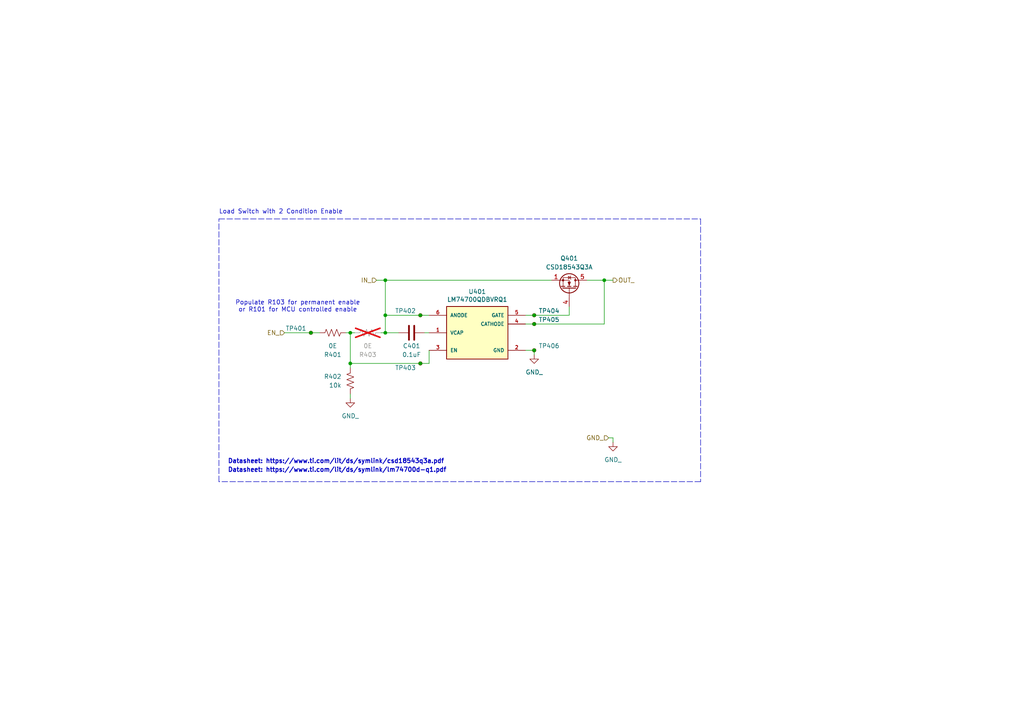
<source format=kicad_sch>
(kicad_sch
	(version 20250114)
	(generator "eeschema")
	(generator_version "9.0")
	(uuid "afb9316e-fc81-44af-b419-1153763a1745")
	(paper "A4")
	(title_block
		(title "Power delivery Board")
		(date "2025-06-25")
		(rev "B")
		(comment 1 "the developed autonomous robot platform powered by LEGO Technic HUB and Rasberry Pi")
		(comment 2 "Design implemets a battery management system and power delivert for use with")
		(comment 3 "Distributed Open-source as: CC BY-SA 4.0")
	)
	(lib_symbols
		(symbol "Connector:TestPoint_Small"
			(pin_numbers
				(hide yes)
			)
			(pin_names
				(offset 0.762)
				(hide yes)
			)
			(exclude_from_sim no)
			(in_bom yes)
			(on_board yes)
			(property "Reference" "TP"
				(at 0 3.81 0)
				(effects
					(font
						(size 1.27 1.27)
					)
				)
			)
			(property "Value" "TestPoint_Small"
				(at 0 2.032 0)
				(effects
					(font
						(size 1.27 1.27)
					)
				)
			)
			(property "Footprint" ""
				(at 5.08 0 0)
				(effects
					(font
						(size 1.27 1.27)
					)
					(hide yes)
				)
			)
			(property "Datasheet" "~"
				(at 5.08 0 0)
				(effects
					(font
						(size 1.27 1.27)
					)
					(hide yes)
				)
			)
			(property "Description" "test point"
				(at 0 0 0)
				(effects
					(font
						(size 1.27 1.27)
					)
					(hide yes)
				)
			)
			(property "ki_keywords" "test point tp"
				(at 0 0 0)
				(effects
					(font
						(size 1.27 1.27)
					)
					(hide yes)
				)
			)
			(property "ki_fp_filters" "Pin* Test*"
				(at 0 0 0)
				(effects
					(font
						(size 1.27 1.27)
					)
					(hide yes)
				)
			)
			(symbol "TestPoint_Small_0_1"
				(circle
					(center 0 0)
					(radius 0.508)
					(stroke
						(width 0)
						(type default)
					)
					(fill
						(type none)
					)
				)
			)
			(symbol "TestPoint_Small_1_1"
				(pin passive line
					(at 0 0 90)
					(length 0)
					(name "1"
						(effects
							(font
								(size 1.27 1.27)
							)
						)
					)
					(number "1"
						(effects
							(font
								(size 1.27 1.27)
							)
						)
					)
				)
			)
			(embedded_fonts no)
		)
		(symbol "Device:C"
			(pin_numbers
				(hide yes)
			)
			(pin_names
				(offset 0.254)
			)
			(exclude_from_sim no)
			(in_bom yes)
			(on_board yes)
			(property "Reference" "C"
				(at 0.635 2.54 0)
				(effects
					(font
						(size 1.27 1.27)
					)
					(justify left)
				)
			)
			(property "Value" "C"
				(at 0.635 -2.54 0)
				(effects
					(font
						(size 1.27 1.27)
					)
					(justify left)
				)
			)
			(property "Footprint" ""
				(at 0.9652 -3.81 0)
				(effects
					(font
						(size 1.27 1.27)
					)
					(hide yes)
				)
			)
			(property "Datasheet" "~"
				(at 0 0 0)
				(effects
					(font
						(size 1.27 1.27)
					)
					(hide yes)
				)
			)
			(property "Description" "Unpolarized capacitor"
				(at 0 0 0)
				(effects
					(font
						(size 1.27 1.27)
					)
					(hide yes)
				)
			)
			(property "ki_keywords" "cap capacitor"
				(at 0 0 0)
				(effects
					(font
						(size 1.27 1.27)
					)
					(hide yes)
				)
			)
			(property "ki_fp_filters" "C_*"
				(at 0 0 0)
				(effects
					(font
						(size 1.27 1.27)
					)
					(hide yes)
				)
			)
			(symbol "C_0_1"
				(polyline
					(pts
						(xy -2.032 0.762) (xy 2.032 0.762)
					)
					(stroke
						(width 0.508)
						(type default)
					)
					(fill
						(type none)
					)
				)
				(polyline
					(pts
						(xy -2.032 -0.762) (xy 2.032 -0.762)
					)
					(stroke
						(width 0.508)
						(type default)
					)
					(fill
						(type none)
					)
				)
			)
			(symbol "C_1_1"
				(pin passive line
					(at 0 3.81 270)
					(length 2.794)
					(name "~"
						(effects
							(font
								(size 1.27 1.27)
							)
						)
					)
					(number "1"
						(effects
							(font
								(size 1.27 1.27)
							)
						)
					)
				)
				(pin passive line
					(at 0 -3.81 90)
					(length 2.794)
					(name "~"
						(effects
							(font
								(size 1.27 1.27)
							)
						)
					)
					(number "2"
						(effects
							(font
								(size 1.27 1.27)
							)
						)
					)
				)
			)
			(embedded_fonts no)
		)
		(symbol "Device:R_US"
			(pin_numbers
				(hide yes)
			)
			(pin_names
				(offset 0)
			)
			(exclude_from_sim no)
			(in_bom yes)
			(on_board yes)
			(property "Reference" "R"
				(at 2.54 0 90)
				(effects
					(font
						(size 1.27 1.27)
					)
				)
			)
			(property "Value" "R_US"
				(at -2.54 0 90)
				(effects
					(font
						(size 1.27 1.27)
					)
				)
			)
			(property "Footprint" ""
				(at 1.016 -0.254 90)
				(effects
					(font
						(size 1.27 1.27)
					)
					(hide yes)
				)
			)
			(property "Datasheet" "~"
				(at 0 0 0)
				(effects
					(font
						(size 1.27 1.27)
					)
					(hide yes)
				)
			)
			(property "Description" "Resistor, US symbol"
				(at 0 0 0)
				(effects
					(font
						(size 1.27 1.27)
					)
					(hide yes)
				)
			)
			(property "ki_keywords" "R res resistor"
				(at 0 0 0)
				(effects
					(font
						(size 1.27 1.27)
					)
					(hide yes)
				)
			)
			(property "ki_fp_filters" "R_*"
				(at 0 0 0)
				(effects
					(font
						(size 1.27 1.27)
					)
					(hide yes)
				)
			)
			(symbol "R_US_0_1"
				(polyline
					(pts
						(xy 0 2.286) (xy 0 2.54)
					)
					(stroke
						(width 0)
						(type default)
					)
					(fill
						(type none)
					)
				)
				(polyline
					(pts
						(xy 0 2.286) (xy 1.016 1.905) (xy 0 1.524) (xy -1.016 1.143) (xy 0 0.762)
					)
					(stroke
						(width 0)
						(type default)
					)
					(fill
						(type none)
					)
				)
				(polyline
					(pts
						(xy 0 0.762) (xy 1.016 0.381) (xy 0 0) (xy -1.016 -0.381) (xy 0 -0.762)
					)
					(stroke
						(width 0)
						(type default)
					)
					(fill
						(type none)
					)
				)
				(polyline
					(pts
						(xy 0 -0.762) (xy 1.016 -1.143) (xy 0 -1.524) (xy -1.016 -1.905) (xy 0 -2.286)
					)
					(stroke
						(width 0)
						(type default)
					)
					(fill
						(type none)
					)
				)
				(polyline
					(pts
						(xy 0 -2.286) (xy 0 -2.54)
					)
					(stroke
						(width 0)
						(type default)
					)
					(fill
						(type none)
					)
				)
			)
			(symbol "R_US_1_1"
				(pin passive line
					(at 0 3.81 270)
					(length 1.27)
					(name "~"
						(effects
							(font
								(size 1.27 1.27)
							)
						)
					)
					(number "1"
						(effects
							(font
								(size 1.27 1.27)
							)
						)
					)
				)
				(pin passive line
					(at 0 -3.81 90)
					(length 1.27)
					(name "~"
						(effects
							(font
								(size 1.27 1.27)
							)
						)
					)
					(number "2"
						(effects
							(font
								(size 1.27 1.27)
							)
						)
					)
				)
			)
			(embedded_fonts no)
		)
		(symbol "LM74700QDBVRQ1:LM74700QDBVRQ1"
			(pin_names
				(offset 1.016)
			)
			(exclude_from_sim no)
			(in_bom yes)
			(on_board yes)
			(property "Reference" "U19"
				(at 0 15.24 0)
				(effects
					(font
						(size 1.27 1.27)
					)
				)
			)
			(property "Value" "LM74700QDBVRQ1"
				(at 0 12.7 0)
				(effects
					(font
						(size 1.27 1.27)
					)
				)
			)
			(property "Footprint" "footprints:SOT95P280X145-6N"
				(at 0 -29.718 0)
				(effects
					(font
						(size 1.27 1.27)
					)
					(justify bottom)
					(hide yes)
				)
			)
			(property "Datasheet" ""
				(at 0 0 0)
				(effects
					(font
						(size 1.27 1.27)
					)
					(hide yes)
				)
			)
			(property "Description" ""
				(at 0 0 0)
				(effects
					(font
						(size 1.27 1.27)
					)
					(hide yes)
				)
			)
			(property "MF" "Texas Instruments"
				(at 0.762 -32.512 0)
				(effects
					(font
						(size 1.27 1.27)
					)
					(justify bottom)
					(hide yes)
				)
			)
			(property "MAXIMUM_PACKAGE_HEIGHT" "1.45mm"
				(at -0.254 -26.924 0)
				(effects
					(font
						(size 1.27 1.27)
					)
					(justify bottom)
					(hide yes)
				)
			)
			(property "Package" "SOT-23-6 Texas Instruments"
				(at 2.54 -38.608 0)
				(effects
					(font
						(size 1.27 1.27)
					)
					(justify bottom)
					(hide yes)
				)
			)
			(property "Price" "None"
				(at 0.254 -42.418 0)
				(effects
					(font
						(size 1.27 1.27)
					)
					(justify bottom)
					(hide yes)
				)
			)
			(property "Check_prices" "https://www.snapeda.com/parts/LM74700QDBVRQ1/Texas+Instruments/view-part/?ref=eda"
				(at 0.254 -13.462 0)
				(effects
					(font
						(size 1.27 1.27)
					)
					(justify bottom)
					(hide yes)
				)
			)
			(property "STANDARD" "IPC-7351B"
				(at -0.508 -15.748 0)
				(effects
					(font
						(size 1.27 1.27)
					)
					(justify bottom)
					(hide yes)
				)
			)
			(property "PARTREV" "F"
				(at 0.508 -45.212 0)
				(effects
					(font
						(size 1.27 1.27)
					)
					(justify bottom)
					(hide yes)
				)
			)
			(property "SnapEDA_Link" "https://www.snapeda.com/parts/LM74700QDBVRQ1/Texas+Instruments/view-part/?ref=snap"
				(at 1.016 -24.13 0)
				(effects
					(font
						(size 1.27 1.27)
					)
					(justify bottom)
					(hide yes)
				)
			)
			(property "MP" "LM74700QDBVRQ1"
				(at -0.254 -10.414 0)
				(effects
					(font
						(size 1.27 1.27)
					)
					(justify bottom)
					(hide yes)
				)
			)
			(property "Description_1" "\n3.2-V to 65-V, 80-uA IQ automotive ideal diode controller\n"
				(at 0.508 -18.034 0)
				(effects
					(font
						(size 1.27 1.27)
					)
					(justify bottom)
					(hide yes)
				)
			)
			(property "Availability" "In Stock"
				(at -0.508 -21.082 0)
				(effects
					(font
						(size 1.27 1.27)
					)
					(justify bottom)
					(hide yes)
				)
			)
			(property "MANUFACTURER" "Texas Instruments"
				(at 0.254 -35.306 0)
				(effects
					(font
						(size 1.27 1.27)
					)
					(justify bottom)
					(hide yes)
				)
			)
			(symbol "LM74700QDBVRQ1_0_0"
				(rectangle
					(start -8.89 7.62)
					(end 8.89 -7.62)
					(stroke
						(width 0.254)
						(type default)
					)
					(fill
						(type background)
					)
				)
				(pin input line
					(at -13.97 5.08 0)
					(length 5.08)
					(name "ANODE"
						(effects
							(font
								(size 1.016 1.016)
							)
						)
					)
					(number "6"
						(effects
							(font
								(size 1.016 1.016)
							)
						)
					)
				)
				(pin output line
					(at -13.97 0 0)
					(length 5.08)
					(name "VCAP"
						(effects
							(font
								(size 1.016 1.016)
							)
						)
					)
					(number "1"
						(effects
							(font
								(size 1.016 1.016)
							)
						)
					)
				)
				(pin input line
					(at -13.97 -5.08 0)
					(length 5.08)
					(name "EN"
						(effects
							(font
								(size 1.016 1.016)
							)
						)
					)
					(number "3"
						(effects
							(font
								(size 1.016 1.016)
							)
						)
					)
				)
				(pin output line
					(at 13.97 5.08 180)
					(length 5.08)
					(name "GATE"
						(effects
							(font
								(size 1.016 1.016)
							)
						)
					)
					(number "5"
						(effects
							(font
								(size 1.016 1.016)
							)
						)
					)
				)
				(pin input line
					(at 13.97 2.54 180)
					(length 5.08)
					(name "CATHODE"
						(effects
							(font
								(size 1.016 1.016)
							)
						)
					)
					(number "4"
						(effects
							(font
								(size 1.016 1.016)
							)
						)
					)
				)
				(pin power_in line
					(at 13.97 -5.08 180)
					(length 5.08)
					(name "GND"
						(effects
							(font
								(size 1.016 1.016)
							)
						)
					)
					(number "2"
						(effects
							(font
								(size 1.016 1.016)
							)
						)
					)
				)
			)
			(embedded_fonts no)
		)
		(symbol "Transistor_FET:CSD18543Q3A"
			(pin_names
				(hide yes)
			)
			(exclude_from_sim no)
			(in_bom yes)
			(on_board yes)
			(property "Reference" "Q"
				(at 5.08 1.905 0)
				(effects
					(font
						(size 1.27 1.27)
					)
					(justify left)
				)
			)
			(property "Value" "CSD18543Q3A"
				(at 5.08 0 0)
				(effects
					(font
						(size 1.27 1.27)
					)
					(justify left)
				)
			)
			(property "Footprint" "Package_SON:VSON-8_3.3x3.3mm_P0.65mm_NexFET"
				(at 5.08 -1.905 0)
				(effects
					(font
						(size 1.27 1.27)
						(italic yes)
					)
					(justify left)
					(hide yes)
				)
			)
			(property "Datasheet" "https://www.ti.com/lit/ds/symlink/csd18543q3a.pdf"
				(at 5.08 -3.81 0)
				(effects
					(font
						(size 1.27 1.27)
					)
					(justify left)
					(hide yes)
				)
			)
			(property "Description" "35A Id, 60V Vds, NexFET N-Channel Power MOSFET, 8.1mOhm Ron, Qg Typ 11.1nC, VSON-8 3.3x3.3mm"
				(at 0 0 0)
				(effects
					(font
						(size 1.27 1.27)
					)
					(hide yes)
				)
			)
			(property "ki_keywords" "NexFET Power MOSFET N-MOS"
				(at 0 0 0)
				(effects
					(font
						(size 1.27 1.27)
					)
					(hide yes)
				)
			)
			(property "ki_fp_filters" "VSON*3.3x3.3mm*P0.65mm*NexFET*"
				(at 0 0 0)
				(effects
					(font
						(size 1.27 1.27)
					)
					(hide yes)
				)
			)
			(symbol "CSD18543Q3A_0_1"
				(polyline
					(pts
						(xy 0.254 1.905) (xy 0.254 -1.905)
					)
					(stroke
						(width 0.254)
						(type default)
					)
					(fill
						(type none)
					)
				)
				(polyline
					(pts
						(xy 0.254 0) (xy -2.54 0)
					)
					(stroke
						(width 0)
						(type default)
					)
					(fill
						(type none)
					)
				)
				(polyline
					(pts
						(xy 0.762 2.286) (xy 0.762 1.27)
					)
					(stroke
						(width 0.254)
						(type default)
					)
					(fill
						(type none)
					)
				)
				(polyline
					(pts
						(xy 0.762 0.508) (xy 0.762 -0.508)
					)
					(stroke
						(width 0.254)
						(type default)
					)
					(fill
						(type none)
					)
				)
				(polyline
					(pts
						(xy 0.762 -1.27) (xy 0.762 -2.286)
					)
					(stroke
						(width 0.254)
						(type default)
					)
					(fill
						(type none)
					)
				)
				(polyline
					(pts
						(xy 0.762 -1.778) (xy 3.302 -1.778) (xy 3.302 1.778) (xy 0.762 1.778)
					)
					(stroke
						(width 0)
						(type default)
					)
					(fill
						(type none)
					)
				)
				(polyline
					(pts
						(xy 1.016 0) (xy 2.032 0.381) (xy 2.032 -0.381) (xy 1.016 0)
					)
					(stroke
						(width 0)
						(type default)
					)
					(fill
						(type outline)
					)
				)
				(circle
					(center 1.651 0)
					(radius 2.794)
					(stroke
						(width 0.254)
						(type default)
					)
					(fill
						(type none)
					)
				)
				(polyline
					(pts
						(xy 2.54 2.54) (xy 2.54 1.778)
					)
					(stroke
						(width 0)
						(type default)
					)
					(fill
						(type none)
					)
				)
				(circle
					(center 2.54 1.778)
					(radius 0.254)
					(stroke
						(width 0)
						(type default)
					)
					(fill
						(type outline)
					)
				)
				(circle
					(center 2.54 -1.778)
					(radius 0.254)
					(stroke
						(width 0)
						(type default)
					)
					(fill
						(type outline)
					)
				)
				(polyline
					(pts
						(xy 2.54 -2.54) (xy 2.54 0) (xy 0.762 0)
					)
					(stroke
						(width 0)
						(type default)
					)
					(fill
						(type none)
					)
				)
				(polyline
					(pts
						(xy 2.794 0.508) (xy 2.921 0.381) (xy 3.683 0.381) (xy 3.81 0.254)
					)
					(stroke
						(width 0)
						(type default)
					)
					(fill
						(type none)
					)
				)
				(polyline
					(pts
						(xy 3.302 0.381) (xy 2.921 -0.254) (xy 3.683 -0.254) (xy 3.302 0.381)
					)
					(stroke
						(width 0)
						(type default)
					)
					(fill
						(type none)
					)
				)
			)
			(symbol "CSD18543Q3A_1_1"
				(pin passive line
					(at -5.08 0 0)
					(length 2.54)
					(name "G"
						(effects
							(font
								(size 1.27 1.27)
							)
						)
					)
					(number "4"
						(effects
							(font
								(size 1.27 1.27)
							)
						)
					)
				)
				(pin passive line
					(at 2.54 5.08 270)
					(length 2.54)
					(name "D"
						(effects
							(font
								(size 1.27 1.27)
							)
						)
					)
					(number "5"
						(effects
							(font
								(size 1.27 1.27)
							)
						)
					)
				)
				(pin passive line
					(at 2.54 -5.08 90)
					(length 2.54)
					(name "S"
						(effects
							(font
								(size 1.27 1.27)
							)
						)
					)
					(number "1"
						(effects
							(font
								(size 1.27 1.27)
							)
						)
					)
				)
				(pin passive line
					(at 2.54 -5.08 90)
					(length 2.54)
					(hide yes)
					(name "S"
						(effects
							(font
								(size 1.27 1.27)
							)
						)
					)
					(number "2"
						(effects
							(font
								(size 1.27 1.27)
							)
						)
					)
				)
				(pin passive line
					(at 2.54 -5.08 90)
					(length 2.54)
					(hide yes)
					(name "S"
						(effects
							(font
								(size 1.27 1.27)
							)
						)
					)
					(number "3"
						(effects
							(font
								(size 1.27 1.27)
							)
						)
					)
				)
			)
			(embedded_fonts no)
		)
		(symbol "power:GND"
			(power)
			(pin_names
				(offset 0)
			)
			(exclude_from_sim no)
			(in_bom yes)
			(on_board yes)
			(property "Reference" "#PWR"
				(at 0 -6.35 0)
				(effects
					(font
						(size 1.27 1.27)
					)
					(hide yes)
				)
			)
			(property "Value" "GND"
				(at 0 -3.81 0)
				(effects
					(font
						(size 1.27 1.27)
					)
				)
			)
			(property "Footprint" ""
				(at 0 0 0)
				(effects
					(font
						(size 1.27 1.27)
					)
					(hide yes)
				)
			)
			(property "Datasheet" ""
				(at 0 0 0)
				(effects
					(font
						(size 1.27 1.27)
					)
					(hide yes)
				)
			)
			(property "Description" "Power symbol creates a global label with name \"GND\" , ground"
				(at 0 0 0)
				(effects
					(font
						(size 1.27 1.27)
					)
					(hide yes)
				)
			)
			(property "ki_keywords" "power-flag"
				(at 0 0 0)
				(effects
					(font
						(size 1.27 1.27)
					)
					(hide yes)
				)
			)
			(symbol "GND_0_1"
				(polyline
					(pts
						(xy 0 0) (xy 0 -1.27) (xy 1.27 -1.27) (xy 0 -2.54) (xy -1.27 -1.27) (xy 0 -1.27)
					)
					(stroke
						(width 0)
						(type default)
					)
					(fill
						(type none)
					)
				)
			)
			(symbol "GND_1_1"
				(pin power_in line
					(at 0 0 270)
					(length 0)
					(hide yes)
					(name "GND"
						(effects
							(font
								(size 1.27 1.27)
							)
						)
					)
					(number "1"
						(effects
							(font
								(size 1.27 1.27)
							)
						)
					)
				)
			)
			(embedded_fonts no)
		)
	)
	(text "Datasheet: https://www.ti.com/lit/ds/symlink/lm74700d-q1.pdf"
		(exclude_from_sim no)
		(at 66.04 137.16 0)
		(effects
			(font
				(size 1.27 1.27)
				(bold yes)
			)
			(justify left bottom)
			(href "https://www.ti.com/lit/ds/symlink/lm74700d-q1.pdf")
		)
		(uuid "72d0c900-b443-4f90-9b67-3165a643afdd")
	)
	(text "Populate R103 for permanent enable\nor R101 for MCU controlled enable"
		(exclude_from_sim no)
		(at 86.36 88.9 0)
		(effects
			(font
				(size 1.27 1.27)
			)
		)
		(uuid "cc00e1a4-7459-4da9-bc4a-5c239e07a664")
	)
	(text "Load Switch with 2 Condition Enable"
		(exclude_from_sim no)
		(at 63.5 62.23 0)
		(effects
			(font
				(size 1.27 1.27)
			)
			(justify left bottom)
		)
		(uuid "d943900b-96d1-4639-8652-c6ec692e0173")
	)
	(text "Datasheet: https://www.ti.com/lit/ds/symlink/csd18543q3a.pdf"
		(exclude_from_sim no)
		(at 66.04 134.62 0)
		(effects
			(font
				(size 1.27 1.27)
				(bold yes)
			)
			(justify left bottom)
			(href "https://www.ti.com/lit/ds/symlink/csd18543q3a.pdf")
		)
		(uuid "e902199a-4dcd-482c-8020-1219f7573681")
	)
	(junction
		(at 101.6 105.41)
		(diameter 0)
		(color 0 0 0 0)
		(uuid "0d5c73aa-a913-4b63-883b-2a11aeeafdba")
	)
	(junction
		(at 154.94 101.6)
		(diameter 0)
		(color 0 0 0 0)
		(uuid "288fbb2c-dcd6-4621-9ad8-f01e40642d33")
	)
	(junction
		(at 101.6 96.52)
		(diameter 0)
		(color 0 0 0 0)
		(uuid "2ad6598e-5298-432a-928f-346bedcb7da7")
	)
	(junction
		(at 111.76 91.44)
		(diameter 0)
		(color 0 0 0 0)
		(uuid "30421115-0ade-4d7a-9a67-6f340916c224")
	)
	(junction
		(at 175.26 81.28)
		(diameter 0)
		(color 0 0 0 0)
		(uuid "5f7437a2-d958-4395-9619-4e123f74e624")
	)
	(junction
		(at 154.94 91.44)
		(diameter 0)
		(color 0 0 0 0)
		(uuid "6d671cd6-2f25-4dbf-99bc-53894b8b75ff")
	)
	(junction
		(at 121.92 91.44)
		(diameter 0)
		(color 0 0 0 0)
		(uuid "9df6a71a-4099-41a4-b129-500185baf528")
	)
	(junction
		(at 90.17 96.52)
		(diameter 0)
		(color 0 0 0 0)
		(uuid "b969ff64-4f1f-4893-a4e8-e99db8b2b3d8")
	)
	(junction
		(at 121.92 105.41)
		(diameter 0)
		(color 0 0 0 0)
		(uuid "b9a98cbf-a90f-462a-830c-f054342380f1")
	)
	(junction
		(at 154.94 93.98)
		(diameter 0)
		(color 0 0 0 0)
		(uuid "bfa5f23f-a79e-4247-bea2-87d15fba63ce")
	)
	(junction
		(at 111.76 96.52)
		(diameter 0)
		(color 0 0 0 0)
		(uuid "da004add-2fdb-479b-ba88-d9ac584eda35")
	)
	(junction
		(at 111.76 81.28)
		(diameter 0)
		(color 0 0 0 0)
		(uuid "e7e07e0e-387b-4b42-a32a-46d273737dfd")
	)
	(polyline
		(pts
			(xy 63.5 139.7) (xy 63.5 63.5)
		)
		(stroke
			(width 0)
			(type dash)
		)
		(uuid "07d515ba-95de-47b3-9db7-1f67c84d1901")
	)
	(wire
		(pts
			(xy 101.6 114.3) (xy 101.6 115.57)
		)
		(stroke
			(width 0)
			(type default)
		)
		(uuid "208b9db2-e768-4875-aaf0-0ae55309ac53")
	)
	(wire
		(pts
			(xy 175.26 81.28) (xy 177.8 81.28)
		)
		(stroke
			(width 0)
			(type default)
		)
		(uuid "28e94bd6-0fda-421d-bf87-86a6d5d31d43")
	)
	(wire
		(pts
			(xy 175.26 93.98) (xy 175.26 81.28)
		)
		(stroke
			(width 0)
			(type default)
		)
		(uuid "2f3531c1-a667-439b-b409-7ebc9eef112c")
	)
	(wire
		(pts
			(xy 111.76 96.52) (xy 115.57 96.52)
		)
		(stroke
			(width 0)
			(type default)
		)
		(uuid "31984325-bea1-4dc6-9900-124e5aa6e19a")
	)
	(wire
		(pts
			(xy 101.6 96.52) (xy 100.33 96.52)
		)
		(stroke
			(width 0)
			(type default)
		)
		(uuid "31d03413-6858-4dae-92ff-c7e116e2af2f")
	)
	(wire
		(pts
			(xy 121.92 105.41) (xy 124.46 105.41)
		)
		(stroke
			(width 0)
			(type default)
		)
		(uuid "3764384d-a290-4192-b8cb-d1734ba91276")
	)
	(wire
		(pts
			(xy 111.76 81.28) (xy 160.02 81.28)
		)
		(stroke
			(width 0)
			(type default)
		)
		(uuid "3969b8e1-d58d-4e09-86a1-da2e1ecfa85a")
	)
	(polyline
		(pts
			(xy 203.2 139.7) (xy 63.5 139.7)
		)
		(stroke
			(width 0)
			(type dash)
		)
		(uuid "3a70fd2e-b5b2-4900-ac5b-6f92363424b6")
	)
	(wire
		(pts
			(xy 101.6 105.41) (xy 101.6 96.52)
		)
		(stroke
			(width 0)
			(type default)
		)
		(uuid "3fb400d0-92c3-4870-9c8f-d2c35160a96d")
	)
	(wire
		(pts
			(xy 152.4 101.6) (xy 154.94 101.6)
		)
		(stroke
			(width 0)
			(type default)
		)
		(uuid "4082dd7d-87ee-432a-8232-80f1d28b150b")
	)
	(wire
		(pts
			(xy 123.19 96.52) (xy 124.46 96.52)
		)
		(stroke
			(width 0)
			(type default)
		)
		(uuid "51fab0bf-dbdc-4fef-b1a6-e31961ae9a17")
	)
	(wire
		(pts
			(xy 177.8 127) (xy 176.53 127)
		)
		(stroke
			(width 0)
			(type default)
		)
		(uuid "54421786-452d-4d9d-9d69-86a759ec963e")
	)
	(wire
		(pts
			(xy 109.22 81.28) (xy 111.76 81.28)
		)
		(stroke
			(width 0)
			(type default)
		)
		(uuid "5faadc3b-fe5a-4b58-aca0-be58c328d82d")
	)
	(polyline
		(pts
			(xy 203.2 63.5) (xy 203.2 139.7)
		)
		(stroke
			(width 0)
			(type dash)
		)
		(uuid "60e1dc94-cec4-4848-aeab-05a32527eb03")
	)
	(wire
		(pts
			(xy 154.94 93.98) (xy 175.26 93.98)
		)
		(stroke
			(width 0)
			(type default)
		)
		(uuid "69f10b1a-faa6-4725-9cdc-a23b47b46f25")
	)
	(wire
		(pts
			(xy 152.4 93.98) (xy 154.94 93.98)
		)
		(stroke
			(width 0)
			(type default)
		)
		(uuid "6f300fa1-d5b5-4915-9a3a-fe7552023297")
	)
	(polyline
		(pts
			(xy 63.5 63.5) (xy 203.2 63.5)
		)
		(stroke
			(width 0)
			(type dash)
		)
		(uuid "7498ac3c-86c3-4c12-8620-d2c46ddf3a93")
	)
	(wire
		(pts
			(xy 90.17 96.52) (xy 92.71 96.52)
		)
		(stroke
			(width 0)
			(type default)
		)
		(uuid "7b788e8d-cacc-4476-a9e1-f3c94ac5fd47")
	)
	(wire
		(pts
			(xy 82.55 96.52) (xy 90.17 96.52)
		)
		(stroke
			(width 0)
			(type default)
		)
		(uuid "861ba11d-f7ef-476c-97fe-0ba2cdfb8c99")
	)
	(wire
		(pts
			(xy 124.46 101.6) (xy 124.46 105.41)
		)
		(stroke
			(width 0)
			(type default)
		)
		(uuid "86f14969-2f0f-488d-906f-291597c65361")
	)
	(wire
		(pts
			(xy 121.92 91.44) (xy 124.46 91.44)
		)
		(stroke
			(width 0)
			(type default)
		)
		(uuid "973a7c3a-9fd9-41b9-880e-08854df4dd62")
	)
	(wire
		(pts
			(xy 154.94 91.44) (xy 165.1 91.44)
		)
		(stroke
			(width 0)
			(type default)
		)
		(uuid "9bb04979-7b5a-4df6-895a-0811b169c816")
	)
	(wire
		(pts
			(xy 154.94 101.6) (xy 154.94 102.87)
		)
		(stroke
			(width 0)
			(type default)
		)
		(uuid "a0f59a38-26b7-4f2d-a3b3-dd808b1e6cfd")
	)
	(wire
		(pts
			(xy 110.49 96.52) (xy 111.76 96.52)
		)
		(stroke
			(width 0)
			(type default)
		)
		(uuid "a8de5f37-edc9-4300-8a15-69a073570d40")
	)
	(wire
		(pts
			(xy 101.6 105.41) (xy 101.6 106.68)
		)
		(stroke
			(width 0)
			(type default)
		)
		(uuid "ab845729-d59b-4161-bab2-3d765780393e")
	)
	(wire
		(pts
			(xy 102.87 96.52) (xy 101.6 96.52)
		)
		(stroke
			(width 0)
			(type default)
		)
		(uuid "af6bd6c3-b228-4b7f-8564-91336503eab6")
	)
	(wire
		(pts
			(xy 177.8 128.27) (xy 177.8 127)
		)
		(stroke
			(width 0)
			(type default)
		)
		(uuid "b3e15600-81a3-475c-b21f-acb85c73c5a3")
	)
	(wire
		(pts
			(xy 111.76 96.52) (xy 111.76 91.44)
		)
		(stroke
			(width 0)
			(type default)
		)
		(uuid "b44c9e4c-2887-4b35-aefc-9bf500095c28")
	)
	(wire
		(pts
			(xy 152.4 91.44) (xy 154.94 91.44)
		)
		(stroke
			(width 0)
			(type default)
		)
		(uuid "c0937508-bced-45bd-83dd-44c00bd42757")
	)
	(wire
		(pts
			(xy 165.1 88.9) (xy 165.1 91.44)
		)
		(stroke
			(width 0)
			(type default)
		)
		(uuid "c4d46323-21fd-4cce-b4e7-3307f3ad89f8")
	)
	(wire
		(pts
			(xy 170.18 81.28) (xy 175.26 81.28)
		)
		(stroke
			(width 0)
			(type default)
		)
		(uuid "c52d5f19-d21f-47e9-8f41-80a2fc2b4c29")
	)
	(wire
		(pts
			(xy 111.76 81.28) (xy 111.76 91.44)
		)
		(stroke
			(width 0)
			(type default)
		)
		(uuid "de6a5666-74f9-4453-8c34-7d347cd1e037")
	)
	(wire
		(pts
			(xy 111.76 91.44) (xy 121.92 91.44)
		)
		(stroke
			(width 0)
			(type default)
		)
		(uuid "e1066aa3-c3ed-4482-90af-aacc811f8d7a")
	)
	(wire
		(pts
			(xy 101.6 105.41) (xy 121.92 105.41)
		)
		(stroke
			(width 0)
			(type default)
		)
		(uuid "ffee7ebc-f2c8-4037-afc1-99a3b0e8d348")
	)
	(hierarchical_label "EN_${SHEETNAME}"
		(shape input)
		(at 82.55 96.52 180)
		(effects
			(font
				(size 1.27 1.27)
			)
			(justify right)
		)
		(uuid "064f9a21-fbaf-42b0-a495-5ba4f661ed68")
	)
	(hierarchical_label "OUT_${SHEETNAME}"
		(shape output)
		(at 177.8 81.28 0)
		(effects
			(font
				(size 1.27 1.27)
			)
			(justify left)
		)
		(uuid "4e4ec61d-1ecd-4294-9054-248eb8e977a1")
	)
	(hierarchical_label "GND_${SHEETNAME}"
		(shape input)
		(at 176.53 127 180)
		(effects
			(font
				(size 1.27 1.27)
			)
			(justify right)
		)
		(uuid "9c64b871-7c5c-47d3-93b9-5e97b99324bd")
	)
	(hierarchical_label "IN_${SHEETNAME}"
		(shape input)
		(at 109.22 81.28 180)
		(effects
			(font
				(size 1.27 1.27)
			)
			(justify right)
		)
		(uuid "c54ff903-1b62-4f57-83dd-9d56eccafa8f")
	)
	(symbol
		(lib_id "Connector:TestPoint_Small")
		(at 154.94 91.44 0)
		(mirror y)
		(unit 1)
		(exclude_from_sim no)
		(in_bom yes)
		(on_board yes)
		(dnp no)
		(uuid "06468966-c705-4ba3-a424-6d60b128ae8b")
		(property "Reference" "TP404"
			(at 156.21 90.1699 0)
			(effects
				(font
					(size 1.27 1.27)
				)
				(justify right)
			)
		)
		(property "Value" "TestPoint_Small"
			(at 156.21 92.7099 0)
			(effects
				(font
					(size 1.27 1.27)
				)
				(justify right)
				(hide yes)
			)
		)
		(property "Footprint" "TestPoint:TestPoint_Pad_D1.0mm"
			(at 149.86 91.44 0)
			(effects
				(font
					(size 1.27 1.27)
				)
				(hide yes)
			)
		)
		(property "Datasheet" "~"
			(at 149.86 91.44 0)
			(effects
				(font
					(size 1.27 1.27)
				)
				(hide yes)
			)
		)
		(property "Description" "test point"
			(at 154.94 91.44 0)
			(effects
				(font
					(size 1.27 1.27)
				)
				(hide yes)
			)
		)
		(property "AVAILABILITY" ""
			(at 154.94 91.44 0)
			(effects
				(font
					(size 1.27 1.27)
				)
			)
		)
		(property "DATASHEET-URL" ""
			(at 154.94 91.44 0)
			(effects
				(font
					(size 1.27 1.27)
				)
			)
		)
		(property "DESCRIPTION" ""
			(at 154.94 91.44 0)
			(effects
				(font
					(size 1.27 1.27)
				)
			)
		)
		(property "DIGI-KEY_PART_NUMBER" ""
			(at 154.94 91.44 0)
			(effects
				(font
					(size 1.27 1.27)
				)
			)
		)
		(property "DIGI-KEY_PURCHASE_URL" ""
			(at 154.94 91.44 0)
			(effects
				(font
					(size 1.27 1.27)
				)
			)
		)
		(property "IR-UL" ""
			(at 154.94 91.44 0)
			(effects
				(font
					(size 1.27 1.27)
				)
			)
		)
		(property "MOUNT" ""
			(at 154.94 91.44 0)
			(effects
				(font
					(size 1.27 1.27)
				)
			)
		)
		(property "PACKAGE" ""
			(at 154.94 91.44 0)
			(effects
				(font
					(size 1.27 1.27)
				)
			)
		)
		(property "PART-NUMBER" ""
			(at 154.94 91.44 0)
			(effects
				(font
					(size 1.27 1.27)
				)
			)
		)
		(property "PINS" ""
			(at 154.94 91.44 0)
			(effects
				(font
					(size 1.27 1.27)
				)
			)
		)
		(property "PITCH" ""
			(at 154.94 91.44 0)
			(effects
				(font
					(size 1.27 1.27)
				)
			)
		)
		(property "PRICE" ""
			(at 154.94 91.44 0)
			(effects
				(font
					(size 1.27 1.27)
				)
			)
		)
		(property "PURCHASE-URL" ""
			(at 154.94 91.44 0)
			(effects
				(font
					(size 1.27 1.27)
				)
			)
		)
		(property "Purchase-URL" ""
			(at 154.94 91.44 0)
			(effects
				(font
					(size 1.27 1.27)
				)
			)
		)
		(property "Specifications" ""
			(at 154.94 91.44 0)
			(effects
				(font
					(size 1.27 1.27)
				)
			)
		)
		(property "TYPE" ""
			(at 154.94 91.44 0)
			(effects
				(font
					(size 1.27 1.27)
				)
			)
		)
		(property "VALUE" ""
			(at 154.94 91.44 0)
			(effects
				(font
					(size 1.27 1.27)
				)
			)
		)
		(property "WIRE" ""
			(at 154.94 91.44 0)
			(effects
				(font
					(size 1.27 1.27)
				)
			)
		)
		(property "WORKING-VOLTAGE-UL" ""
			(at 154.94 91.44 0)
			(effects
				(font
					(size 1.27 1.27)
				)
			)
		)
		(pin "1"
			(uuid "464f7dbf-e484-4825-a90e-52d26cb150d1")
		)
		(instances
			(project "ROSCM4"
				(path "/383a69bc-2dc9-4445-8213-92315a13784a/4b640107-9f3c-4955-8f57-cee1f25c3b07/c1ee2043-5afc-41ec-b8fa-ca7cc5f8e3a1"
					(reference "TP404")
					(unit 1)
				)
			)
		)
	)
	(symbol
		(lib_id "power:GND")
		(at 154.94 102.87 0)
		(unit 1)
		(exclude_from_sim no)
		(in_bom yes)
		(on_board yes)
		(dnp no)
		(uuid "0b6f03ef-aa4b-4c92-a9d8-7fbbf76bf19d")
		(property "Reference" "#PWR0402"
			(at 154.94 109.22 0)
			(effects
				(font
					(size 1.27 1.27)
				)
				(hide yes)
			)
		)
		(property "Value" "GND_${SHEETNAME}"
			(at 154.94 107.95 0)
			(effects
				(font
					(size 1.27 1.27)
				)
			)
		)
		(property "Footprint" ""
			(at 154.94 102.87 0)
			(effects
				(font
					(size 1.27 1.27)
				)
				(hide yes)
			)
		)
		(property "Datasheet" ""
			(at 154.94 102.87 0)
			(effects
				(font
					(size 1.27 1.27)
				)
				(hide yes)
			)
		)
		(property "Description" ""
			(at 154.94 102.87 0)
			(effects
				(font
					(size 1.27 1.27)
				)
				(hide yes)
			)
		)
		(pin "1"
			(uuid "b5f9172d-7817-4a7e-88ae-286e66a33507")
		)
		(instances
			(project "ROSCM4"
				(path "/383a69bc-2dc9-4445-8213-92315a13784a/4b640107-9f3c-4955-8f57-cee1f25c3b07/c1ee2043-5afc-41ec-b8fa-ca7cc5f8e3a1"
					(reference "#PWR0402")
					(unit 1)
				)
			)
		)
	)
	(symbol
		(lib_id "Connector:TestPoint_Small")
		(at 121.92 105.41 0)
		(mirror x)
		(unit 1)
		(exclude_from_sim no)
		(in_bom yes)
		(on_board yes)
		(dnp no)
		(uuid "12cf0817-6261-4c55-88d9-0415f8a49028")
		(property "Reference" "TP403"
			(at 120.65 106.6801 0)
			(effects
				(font
					(size 1.27 1.27)
				)
				(justify right)
			)
		)
		(property "Value" "TestPoint_Small"
			(at 120.65 104.1401 0)
			(effects
				(font
					(size 1.27 1.27)
				)
				(justify right)
				(hide yes)
			)
		)
		(property "Footprint" "TestPoint:TestPoint_Pad_D1.0mm"
			(at 127 105.41 0)
			(effects
				(font
					(size 1.27 1.27)
				)
				(hide yes)
			)
		)
		(property "Datasheet" "~"
			(at 127 105.41 0)
			(effects
				(font
					(size 1.27 1.27)
				)
				(hide yes)
			)
		)
		(property "Description" "test point"
			(at 121.92 105.41 0)
			(effects
				(font
					(size 1.27 1.27)
				)
				(hide yes)
			)
		)
		(property "AVAILABILITY" ""
			(at 121.92 105.41 0)
			(effects
				(font
					(size 1.27 1.27)
				)
			)
		)
		(property "DATASHEET-URL" ""
			(at 121.92 105.41 0)
			(effects
				(font
					(size 1.27 1.27)
				)
			)
		)
		(property "DESCRIPTION" ""
			(at 121.92 105.41 0)
			(effects
				(font
					(size 1.27 1.27)
				)
			)
		)
		(property "DIGI-KEY_PART_NUMBER" ""
			(at 121.92 105.41 0)
			(effects
				(font
					(size 1.27 1.27)
				)
			)
		)
		(property "DIGI-KEY_PURCHASE_URL" ""
			(at 121.92 105.41 0)
			(effects
				(font
					(size 1.27 1.27)
				)
			)
		)
		(property "IR-UL" ""
			(at 121.92 105.41 0)
			(effects
				(font
					(size 1.27 1.27)
				)
			)
		)
		(property "MOUNT" ""
			(at 121.92 105.41 0)
			(effects
				(font
					(size 1.27 1.27)
				)
			)
		)
		(property "PACKAGE" ""
			(at 121.92 105.41 0)
			(effects
				(font
					(size 1.27 1.27)
				)
			)
		)
		(property "PART-NUMBER" ""
			(at 121.92 105.41 0)
			(effects
				(font
					(size 1.27 1.27)
				)
			)
		)
		(property "PINS" ""
			(at 121.92 105.41 0)
			(effects
				(font
					(size 1.27 1.27)
				)
			)
		)
		(property "PITCH" ""
			(at 121.92 105.41 0)
			(effects
				(font
					(size 1.27 1.27)
				)
			)
		)
		(property "PRICE" ""
			(at 121.92 105.41 0)
			(effects
				(font
					(size 1.27 1.27)
				)
			)
		)
		(property "PURCHASE-URL" ""
			(at 121.92 105.41 0)
			(effects
				(font
					(size 1.27 1.27)
				)
			)
		)
		(property "Purchase-URL" ""
			(at 121.92 105.41 0)
			(effects
				(font
					(size 1.27 1.27)
				)
			)
		)
		(property "Specifications" ""
			(at 121.92 105.41 0)
			(effects
				(font
					(size 1.27 1.27)
				)
			)
		)
		(property "TYPE" ""
			(at 121.92 105.41 0)
			(effects
				(font
					(size 1.27 1.27)
				)
			)
		)
		(property "VALUE" ""
			(at 121.92 105.41 0)
			(effects
				(font
					(size 1.27 1.27)
				)
			)
		)
		(property "WIRE" ""
			(at 121.92 105.41 0)
			(effects
				(font
					(size 1.27 1.27)
				)
			)
		)
		(property "WORKING-VOLTAGE-UL" ""
			(at 121.92 105.41 0)
			(effects
				(font
					(size 1.27 1.27)
				)
			)
		)
		(pin "1"
			(uuid "430ed386-aa0e-405c-acba-bc5eba0f6c43")
		)
		(instances
			(project "ROSCM4"
				(path "/383a69bc-2dc9-4445-8213-92315a13784a/4b640107-9f3c-4955-8f57-cee1f25c3b07/c1ee2043-5afc-41ec-b8fa-ca7cc5f8e3a1"
					(reference "TP403")
					(unit 1)
				)
			)
		)
	)
	(symbol
		(lib_id "power:GND")
		(at 101.6 115.57 0)
		(unit 1)
		(exclude_from_sim no)
		(in_bom yes)
		(on_board yes)
		(dnp no)
		(uuid "14b10a20-ac05-4f31-b4f4-27a8a629e2f4")
		(property "Reference" "#PWR0401"
			(at 101.6 121.92 0)
			(effects
				(font
					(size 1.27 1.27)
				)
				(hide yes)
			)
		)
		(property "Value" "GND_${SHEETNAME}"
			(at 101.6 120.65 0)
			(effects
				(font
					(size 1.27 1.27)
				)
			)
		)
		(property "Footprint" ""
			(at 101.6 115.57 0)
			(effects
				(font
					(size 1.27 1.27)
				)
				(hide yes)
			)
		)
		(property "Datasheet" ""
			(at 101.6 115.57 0)
			(effects
				(font
					(size 1.27 1.27)
				)
				(hide yes)
			)
		)
		(property "Description" ""
			(at 101.6 115.57 0)
			(effects
				(font
					(size 1.27 1.27)
				)
				(hide yes)
			)
		)
		(pin "1"
			(uuid "14d22125-d232-48c3-937e-69f24ceb383d")
		)
		(instances
			(project "ROSCM4"
				(path "/383a69bc-2dc9-4445-8213-92315a13784a/4b640107-9f3c-4955-8f57-cee1f25c3b07/c1ee2043-5afc-41ec-b8fa-ca7cc5f8e3a1"
					(reference "#PWR0401")
					(unit 1)
				)
			)
		)
	)
	(symbol
		(lib_id "Connector:TestPoint_Small")
		(at 154.94 101.6 0)
		(mirror y)
		(unit 1)
		(exclude_from_sim no)
		(in_bom yes)
		(on_board yes)
		(dnp no)
		(uuid "1f2a4104-6df3-4e94-bed0-1c37ecefc804")
		(property "Reference" "TP406"
			(at 156.21 100.3299 0)
			(effects
				(font
					(size 1.27 1.27)
				)
				(justify right)
			)
		)
		(property "Value" "TestPoint_Small"
			(at 156.21 102.8699 0)
			(effects
				(font
					(size 1.27 1.27)
				)
				(justify right)
				(hide yes)
			)
		)
		(property "Footprint" "TestPoint:TestPoint_Pad_D1.0mm"
			(at 149.86 101.6 0)
			(effects
				(font
					(size 1.27 1.27)
				)
				(hide yes)
			)
		)
		(property "Datasheet" "~"
			(at 149.86 101.6 0)
			(effects
				(font
					(size 1.27 1.27)
				)
				(hide yes)
			)
		)
		(property "Description" "test point"
			(at 154.94 101.6 0)
			(effects
				(font
					(size 1.27 1.27)
				)
				(hide yes)
			)
		)
		(property "AVAILABILITY" ""
			(at 154.94 101.6 0)
			(effects
				(font
					(size 1.27 1.27)
				)
			)
		)
		(property "DATASHEET-URL" ""
			(at 154.94 101.6 0)
			(effects
				(font
					(size 1.27 1.27)
				)
			)
		)
		(property "DESCRIPTION" ""
			(at 154.94 101.6 0)
			(effects
				(font
					(size 1.27 1.27)
				)
			)
		)
		(property "DIGI-KEY_PART_NUMBER" ""
			(at 154.94 101.6 0)
			(effects
				(font
					(size 1.27 1.27)
				)
			)
		)
		(property "DIGI-KEY_PURCHASE_URL" ""
			(at 154.94 101.6 0)
			(effects
				(font
					(size 1.27 1.27)
				)
			)
		)
		(property "IR-UL" ""
			(at 154.94 101.6 0)
			(effects
				(font
					(size 1.27 1.27)
				)
			)
		)
		(property "MOUNT" ""
			(at 154.94 101.6 0)
			(effects
				(font
					(size 1.27 1.27)
				)
			)
		)
		(property "PACKAGE" ""
			(at 154.94 101.6 0)
			(effects
				(font
					(size 1.27 1.27)
				)
			)
		)
		(property "PART-NUMBER" ""
			(at 154.94 101.6 0)
			(effects
				(font
					(size 1.27 1.27)
				)
			)
		)
		(property "PINS" ""
			(at 154.94 101.6 0)
			(effects
				(font
					(size 1.27 1.27)
				)
			)
		)
		(property "PITCH" ""
			(at 154.94 101.6 0)
			(effects
				(font
					(size 1.27 1.27)
				)
			)
		)
		(property "PRICE" ""
			(at 154.94 101.6 0)
			(effects
				(font
					(size 1.27 1.27)
				)
			)
		)
		(property "PURCHASE-URL" ""
			(at 154.94 101.6 0)
			(effects
				(font
					(size 1.27 1.27)
				)
			)
		)
		(property "Purchase-URL" ""
			(at 154.94 101.6 0)
			(effects
				(font
					(size 1.27 1.27)
				)
			)
		)
		(property "Specifications" ""
			(at 154.94 101.6 0)
			(effects
				(font
					(size 1.27 1.27)
				)
			)
		)
		(property "TYPE" ""
			(at 154.94 101.6 0)
			(effects
				(font
					(size 1.27 1.27)
				)
			)
		)
		(property "VALUE" ""
			(at 154.94 101.6 0)
			(effects
				(font
					(size 1.27 1.27)
				)
			)
		)
		(property "WIRE" ""
			(at 154.94 101.6 0)
			(effects
				(font
					(size 1.27 1.27)
				)
			)
		)
		(property "WORKING-VOLTAGE-UL" ""
			(at 154.94 101.6 0)
			(effects
				(font
					(size 1.27 1.27)
				)
			)
		)
		(pin "1"
			(uuid "98a785c8-d66f-48dc-9801-abd131f802c7")
		)
		(instances
			(project "ROSCM4"
				(path "/383a69bc-2dc9-4445-8213-92315a13784a/4b640107-9f3c-4955-8f57-cee1f25c3b07/c1ee2043-5afc-41ec-b8fa-ca7cc5f8e3a1"
					(reference "TP406")
					(unit 1)
				)
			)
		)
	)
	(symbol
		(lib_id "Connector:TestPoint_Small")
		(at 121.92 91.44 0)
		(unit 1)
		(exclude_from_sim no)
		(in_bom yes)
		(on_board yes)
		(dnp no)
		(uuid "2420a9f8-553f-4aed-8f70-4d1725de3526")
		(property "Reference" "TP402"
			(at 120.65 90.1699 0)
			(effects
				(font
					(size 1.27 1.27)
				)
				(justify right)
			)
		)
		(property "Value" "TestPoint_Small"
			(at 120.65 92.7099 0)
			(effects
				(font
					(size 1.27 1.27)
				)
				(justify right)
				(hide yes)
			)
		)
		(property "Footprint" "TestPoint:TestPoint_Pad_D1.0mm"
			(at 127 91.44 0)
			(effects
				(font
					(size 1.27 1.27)
				)
				(hide yes)
			)
		)
		(property "Datasheet" "~"
			(at 127 91.44 0)
			(effects
				(font
					(size 1.27 1.27)
				)
				(hide yes)
			)
		)
		(property "Description" "test point"
			(at 121.92 91.44 0)
			(effects
				(font
					(size 1.27 1.27)
				)
				(hide yes)
			)
		)
		(property "AVAILABILITY" ""
			(at 121.92 91.44 0)
			(effects
				(font
					(size 1.27 1.27)
				)
			)
		)
		(property "DATASHEET-URL" ""
			(at 121.92 91.44 0)
			(effects
				(font
					(size 1.27 1.27)
				)
			)
		)
		(property "DESCRIPTION" ""
			(at 121.92 91.44 0)
			(effects
				(font
					(size 1.27 1.27)
				)
			)
		)
		(property "DIGI-KEY_PART_NUMBER" ""
			(at 121.92 91.44 0)
			(effects
				(font
					(size 1.27 1.27)
				)
			)
		)
		(property "DIGI-KEY_PURCHASE_URL" ""
			(at 121.92 91.44 0)
			(effects
				(font
					(size 1.27 1.27)
				)
			)
		)
		(property "IR-UL" ""
			(at 121.92 91.44 0)
			(effects
				(font
					(size 1.27 1.27)
				)
			)
		)
		(property "MOUNT" ""
			(at 121.92 91.44 0)
			(effects
				(font
					(size 1.27 1.27)
				)
			)
		)
		(property "PACKAGE" ""
			(at 121.92 91.44 0)
			(effects
				(font
					(size 1.27 1.27)
				)
			)
		)
		(property "PART-NUMBER" ""
			(at 121.92 91.44 0)
			(effects
				(font
					(size 1.27 1.27)
				)
			)
		)
		(property "PINS" ""
			(at 121.92 91.44 0)
			(effects
				(font
					(size 1.27 1.27)
				)
			)
		)
		(property "PITCH" ""
			(at 121.92 91.44 0)
			(effects
				(font
					(size 1.27 1.27)
				)
			)
		)
		(property "PRICE" ""
			(at 121.92 91.44 0)
			(effects
				(font
					(size 1.27 1.27)
				)
			)
		)
		(property "PURCHASE-URL" ""
			(at 121.92 91.44 0)
			(effects
				(font
					(size 1.27 1.27)
				)
			)
		)
		(property "Purchase-URL" ""
			(at 121.92 91.44 0)
			(effects
				(font
					(size 1.27 1.27)
				)
			)
		)
		(property "Specifications" ""
			(at 121.92 91.44 0)
			(effects
				(font
					(size 1.27 1.27)
				)
			)
		)
		(property "TYPE" ""
			(at 121.92 91.44 0)
			(effects
				(font
					(size 1.27 1.27)
				)
			)
		)
		(property "VALUE" ""
			(at 121.92 91.44 0)
			(effects
				(font
					(size 1.27 1.27)
				)
			)
		)
		(property "WIRE" ""
			(at 121.92 91.44 0)
			(effects
				(font
					(size 1.27 1.27)
				)
			)
		)
		(property "WORKING-VOLTAGE-UL" ""
			(at 121.92 91.44 0)
			(effects
				(font
					(size 1.27 1.27)
				)
			)
		)
		(pin "1"
			(uuid "371c6570-ac76-4a06-9793-3a500a12105f")
		)
		(instances
			(project "ROSCM4"
				(path "/383a69bc-2dc9-4445-8213-92315a13784a/4b640107-9f3c-4955-8f57-cee1f25c3b07/c1ee2043-5afc-41ec-b8fa-ca7cc5f8e3a1"
					(reference "TP402")
					(unit 1)
				)
			)
		)
	)
	(symbol
		(lib_id "Connector:TestPoint_Small")
		(at 90.17 96.52 0)
		(unit 1)
		(exclude_from_sim no)
		(in_bom yes)
		(on_board yes)
		(dnp no)
		(uuid "2cdbf89b-1cb0-4355-8ef3-1fec7f54d8f2")
		(property "Reference" "TP401"
			(at 88.9 95.2499 0)
			(effects
				(font
					(size 1.27 1.27)
				)
				(justify right)
			)
		)
		(property "Value" "TestPoint_Small"
			(at 88.9 97.7899 0)
			(effects
				(font
					(size 1.27 1.27)
				)
				(justify right)
				(hide yes)
			)
		)
		(property "Footprint" "TestPoint:TestPoint_Pad_D1.0mm"
			(at 95.25 96.52 0)
			(effects
				(font
					(size 1.27 1.27)
				)
				(hide yes)
			)
		)
		(property "Datasheet" "~"
			(at 95.25 96.52 0)
			(effects
				(font
					(size 1.27 1.27)
				)
				(hide yes)
			)
		)
		(property "Description" "test point"
			(at 90.17 96.52 0)
			(effects
				(font
					(size 1.27 1.27)
				)
				(hide yes)
			)
		)
		(property "AVAILABILITY" ""
			(at 90.17 96.52 0)
			(effects
				(font
					(size 1.27 1.27)
				)
			)
		)
		(property "DATASHEET-URL" ""
			(at 90.17 96.52 0)
			(effects
				(font
					(size 1.27 1.27)
				)
			)
		)
		(property "DESCRIPTION" ""
			(at 90.17 96.52 0)
			(effects
				(font
					(size 1.27 1.27)
				)
			)
		)
		(property "DIGI-KEY_PART_NUMBER" ""
			(at 90.17 96.52 0)
			(effects
				(font
					(size 1.27 1.27)
				)
			)
		)
		(property "DIGI-KEY_PURCHASE_URL" ""
			(at 90.17 96.52 0)
			(effects
				(font
					(size 1.27 1.27)
				)
			)
		)
		(property "IR-UL" ""
			(at 90.17 96.52 0)
			(effects
				(font
					(size 1.27 1.27)
				)
			)
		)
		(property "MOUNT" ""
			(at 90.17 96.52 0)
			(effects
				(font
					(size 1.27 1.27)
				)
			)
		)
		(property "PACKAGE" ""
			(at 90.17 96.52 0)
			(effects
				(font
					(size 1.27 1.27)
				)
			)
		)
		(property "PART-NUMBER" ""
			(at 90.17 96.52 0)
			(effects
				(font
					(size 1.27 1.27)
				)
			)
		)
		(property "PINS" ""
			(at 90.17 96.52 0)
			(effects
				(font
					(size 1.27 1.27)
				)
			)
		)
		(property "PITCH" ""
			(at 90.17 96.52 0)
			(effects
				(font
					(size 1.27 1.27)
				)
			)
		)
		(property "PRICE" ""
			(at 90.17 96.52 0)
			(effects
				(font
					(size 1.27 1.27)
				)
			)
		)
		(property "PURCHASE-URL" ""
			(at 90.17 96.52 0)
			(effects
				(font
					(size 1.27 1.27)
				)
			)
		)
		(property "Purchase-URL" ""
			(at 90.17 96.52 0)
			(effects
				(font
					(size 1.27 1.27)
				)
			)
		)
		(property "Specifications" ""
			(at 90.17 96.52 0)
			(effects
				(font
					(size 1.27 1.27)
				)
			)
		)
		(property "TYPE" ""
			(at 90.17 96.52 0)
			(effects
				(font
					(size 1.27 1.27)
				)
			)
		)
		(property "VALUE" ""
			(at 90.17 96.52 0)
			(effects
				(font
					(size 1.27 1.27)
				)
			)
		)
		(property "WIRE" ""
			(at 90.17 96.52 0)
			(effects
				(font
					(size 1.27 1.27)
				)
			)
		)
		(property "WORKING-VOLTAGE-UL" ""
			(at 90.17 96.52 0)
			(effects
				(font
					(size 1.27 1.27)
				)
			)
		)
		(pin "1"
			(uuid "db485e83-a9f8-4da1-aff2-e0ac78d00ae6")
		)
		(instances
			(project "ROSCM4"
				(path "/383a69bc-2dc9-4445-8213-92315a13784a/4b640107-9f3c-4955-8f57-cee1f25c3b07/c1ee2043-5afc-41ec-b8fa-ca7cc5f8e3a1"
					(reference "TP401")
					(unit 1)
				)
			)
		)
	)
	(symbol
		(lib_id "Transistor_FET:CSD18543Q3A")
		(at 165.1 83.82 270)
		(mirror x)
		(unit 1)
		(exclude_from_sim no)
		(in_bom yes)
		(on_board yes)
		(dnp no)
		(uuid "4262c5c4-8fdc-4240-a484-c3088064156f")
		(property "Reference" "Q401"
			(at 165.1 74.93 90)
			(effects
				(font
					(size 1.27 1.27)
				)
			)
		)
		(property "Value" "CSD18543Q3A"
			(at 165.1 77.47 90)
			(effects
				(font
					(size 1.27 1.27)
				)
			)
		)
		(property "Footprint" "Package_SON:VSON-8_3.3x3.3mm_P0.65mm_NexFET"
			(at 163.195 78.74 0)
			(effects
				(font
					(size 1.27 1.27)
					(italic yes)
				)
				(justify left)
				(hide yes)
			)
		)
		(property "Datasheet" "https://www.ti.com/lit/ds/symlink/csd18543q3a.pdf"
			(at 161.29 78.74 0)
			(effects
				(font
					(size 1.27 1.27)
				)
				(justify left)
				(hide yes)
			)
		)
		(property "Description" "35A Id, 60V Vds, NexFET N-Channel Power MOSFET, 8.1mOhm Ron, Qg Typ 11.1nC, VSON-8 3.3x3.3mm"
			(at 165.1 83.82 0)
			(effects
				(font
					(size 1.27 1.27)
				)
				(hide yes)
			)
		)
		(property "AVAILABILITY" ""
			(at 165.1 83.82 0)
			(effects
				(font
					(size 1.27 1.27)
				)
			)
		)
		(property "DATASHEET-URL" ""
			(at 165.1 83.82 0)
			(effects
				(font
					(size 1.27 1.27)
				)
			)
		)
		(property "DESCRIPTION" ""
			(at 165.1 83.82 0)
			(effects
				(font
					(size 1.27 1.27)
				)
			)
		)
		(property "DIGI-KEY_PART_NUMBER" ""
			(at 165.1 83.82 0)
			(effects
				(font
					(size 1.27 1.27)
				)
			)
		)
		(property "DIGI-KEY_PURCHASE_URL" ""
			(at 165.1 83.82 0)
			(effects
				(font
					(size 1.27 1.27)
				)
			)
		)
		(property "IR-UL" ""
			(at 165.1 83.82 0)
			(effects
				(font
					(size 1.27 1.27)
				)
			)
		)
		(property "MOUNT" ""
			(at 165.1 83.82 0)
			(effects
				(font
					(size 1.27 1.27)
				)
			)
		)
		(property "PACKAGE" ""
			(at 165.1 83.82 0)
			(effects
				(font
					(size 1.27 1.27)
				)
			)
		)
		(property "PART-NUMBER" ""
			(at 165.1 83.82 0)
			(effects
				(font
					(size 1.27 1.27)
				)
			)
		)
		(property "PINS" ""
			(at 165.1 83.82 0)
			(effects
				(font
					(size 1.27 1.27)
				)
			)
		)
		(property "PITCH" ""
			(at 165.1 83.82 0)
			(effects
				(font
					(size 1.27 1.27)
				)
			)
		)
		(property "PRICE" ""
			(at 165.1 83.82 0)
			(effects
				(font
					(size 1.27 1.27)
				)
			)
		)
		(property "PURCHASE-URL" ""
			(at 165.1 83.82 0)
			(effects
				(font
					(size 1.27 1.27)
				)
			)
		)
		(property "Purchase-URL" ""
			(at 165.1 83.82 0)
			(effects
				(font
					(size 1.27 1.27)
				)
			)
		)
		(property "Specifications" ""
			(at 165.1 83.82 0)
			(effects
				(font
					(size 1.27 1.27)
				)
			)
		)
		(property "TYPE" ""
			(at 165.1 83.82 0)
			(effects
				(font
					(size 1.27 1.27)
				)
			)
		)
		(property "VALUE" ""
			(at 165.1 83.82 0)
			(effects
				(font
					(size 1.27 1.27)
				)
			)
		)
		(property "WIRE" ""
			(at 165.1 83.82 0)
			(effects
				(font
					(size 1.27 1.27)
				)
			)
		)
		(property "WORKING-VOLTAGE-UL" ""
			(at 165.1 83.82 0)
			(effects
				(font
					(size 1.27 1.27)
				)
			)
		)
		(pin "1"
			(uuid "9f43e2b1-0450-4edf-a091-33eb0a608799")
		)
		(pin "4"
			(uuid "a1ce9387-7782-446b-bf5b-99ab1a8b42e6")
		)
		(pin "5"
			(uuid "63169faf-5eef-4a68-a72b-5e7bbdb9a94e")
		)
		(pin "2"
			(uuid "82a4b9e7-fdb0-4c3b-a52e-1d3377b091a0")
		)
		(pin "3"
			(uuid "626f770a-73cb-4c32-8b8a-6a36da508176")
		)
		(instances
			(project "ROSCM4"
				(path "/383a69bc-2dc9-4445-8213-92315a13784a/4b640107-9f3c-4955-8f57-cee1f25c3b07/c1ee2043-5afc-41ec-b8fa-ca7cc5f8e3a1"
					(reference "Q401")
					(unit 1)
				)
			)
		)
	)
	(symbol
		(lib_id "Device:R_US")
		(at 106.68 96.52 270)
		(unit 1)
		(exclude_from_sim no)
		(in_bom no)
		(on_board yes)
		(dnp yes)
		(uuid "4b006139-f6d7-4279-8244-19884936de7a")
		(property "Reference" "R403"
			(at 106.68 102.87 90)
			(effects
				(font
					(size 1.27 1.27)
				)
			)
		)
		(property "Value" "0E"
			(at 106.68 100.33 90)
			(effects
				(font
					(size 1.27 1.27)
				)
			)
		)
		(property "Footprint" "Resistor_SMD:R_0402_1005Metric"
			(at 106.426 97.536 90)
			(effects
				(font
					(size 1.27 1.27)
				)
				(hide yes)
			)
		)
		(property "Datasheet" "~"
			(at 106.68 96.52 0)
			(effects
				(font
					(size 1.27 1.27)
				)
				(hide yes)
			)
		)
		(property "Description" ""
			(at 106.68 96.52 0)
			(effects
				(font
					(size 1.27 1.27)
				)
				(hide yes)
			)
		)
		(property "AVAILABILITY" ""
			(at 106.68 96.52 0)
			(effects
				(font
					(size 1.27 1.27)
				)
			)
		)
		(property "DATASHEET-URL" ""
			(at 106.68 96.52 0)
			(effects
				(font
					(size 1.27 1.27)
				)
			)
		)
		(property "DESCRIPTION" ""
			(at 106.68 96.52 0)
			(effects
				(font
					(size 1.27 1.27)
				)
			)
		)
		(property "DIGI-KEY_PART_NUMBER" ""
			(at 106.68 96.52 0)
			(effects
				(font
					(size 1.27 1.27)
				)
			)
		)
		(property "DIGI-KEY_PURCHASE_URL" ""
			(at 106.68 96.52 0)
			(effects
				(font
					(size 1.27 1.27)
				)
			)
		)
		(property "IR-UL" ""
			(at 106.68 96.52 0)
			(effects
				(font
					(size 1.27 1.27)
				)
			)
		)
		(property "MOUNT" ""
			(at 106.68 96.52 0)
			(effects
				(font
					(size 1.27 1.27)
				)
			)
		)
		(property "PACKAGE" ""
			(at 106.68 96.52 0)
			(effects
				(font
					(size 1.27 1.27)
				)
			)
		)
		(property "PART-NUMBER" ""
			(at 106.68 96.52 0)
			(effects
				(font
					(size 1.27 1.27)
				)
			)
		)
		(property "PINS" ""
			(at 106.68 96.52 0)
			(effects
				(font
					(size 1.27 1.27)
				)
			)
		)
		(property "PITCH" ""
			(at 106.68 96.52 0)
			(effects
				(font
					(size 1.27 1.27)
				)
			)
		)
		(property "PRICE" ""
			(at 106.68 96.52 0)
			(effects
				(font
					(size 1.27 1.27)
				)
			)
		)
		(property "PURCHASE-URL" ""
			(at 106.68 96.52 0)
			(effects
				(font
					(size 1.27 1.27)
				)
			)
		)
		(property "Purchase-URL" ""
			(at 106.68 96.52 0)
			(effects
				(font
					(size 1.27 1.27)
				)
			)
		)
		(property "Specifications" ""
			(at 106.68 96.52 0)
			(effects
				(font
					(size 1.27 1.27)
				)
			)
		)
		(property "TYPE" ""
			(at 106.68 96.52 0)
			(effects
				(font
					(size 1.27 1.27)
				)
			)
		)
		(property "VALUE" ""
			(at 106.68 96.52 0)
			(effects
				(font
					(size 1.27 1.27)
				)
			)
		)
		(property "WIRE" ""
			(at 106.68 96.52 0)
			(effects
				(font
					(size 1.27 1.27)
				)
			)
		)
		(property "WORKING-VOLTAGE-UL" ""
			(at 106.68 96.52 0)
			(effects
				(font
					(size 1.27 1.27)
				)
			)
		)
		(pin "1"
			(uuid "46bde936-f713-4565-96ad-03c919ae80eb")
		)
		(pin "2"
			(uuid "569cc2ba-5256-41bc-89a4-67e67f88e8b3")
		)
		(instances
			(project "ROSCM4"
				(path "/383a69bc-2dc9-4445-8213-92315a13784a/4b640107-9f3c-4955-8f57-cee1f25c3b07/c1ee2043-5afc-41ec-b8fa-ca7cc5f8e3a1"
					(reference "R403")
					(unit 1)
				)
			)
		)
	)
	(symbol
		(lib_id "power:GND")
		(at 177.8 128.27 0)
		(unit 1)
		(exclude_from_sim no)
		(in_bom yes)
		(on_board yes)
		(dnp no)
		(uuid "4c4955dd-7ce8-4193-8e85-7a2ab6bbda17")
		(property "Reference" "#PWR0403"
			(at 177.8 134.62 0)
			(effects
				(font
					(size 1.27 1.27)
				)
				(hide yes)
			)
		)
		(property "Value" "GND_${SHEETNAME}"
			(at 177.8 133.35 0)
			(effects
				(font
					(size 1.27 1.27)
				)
			)
		)
		(property "Footprint" ""
			(at 177.8 128.27 0)
			(effects
				(font
					(size 1.27 1.27)
				)
				(hide yes)
			)
		)
		(property "Datasheet" ""
			(at 177.8 128.27 0)
			(effects
				(font
					(size 1.27 1.27)
				)
				(hide yes)
			)
		)
		(property "Description" ""
			(at 177.8 128.27 0)
			(effects
				(font
					(size 1.27 1.27)
				)
				(hide yes)
			)
		)
		(pin "1"
			(uuid "d3318198-096a-4b84-a894-aa2303b9cfe6")
		)
		(instances
			(project "ROSCM4"
				(path "/383a69bc-2dc9-4445-8213-92315a13784a/4b640107-9f3c-4955-8f57-cee1f25c3b07/c1ee2043-5afc-41ec-b8fa-ca7cc5f8e3a1"
					(reference "#PWR0403")
					(unit 1)
				)
			)
		)
	)
	(symbol
		(lib_id "Connector:TestPoint_Small")
		(at 154.94 93.98 0)
		(mirror y)
		(unit 1)
		(exclude_from_sim no)
		(in_bom yes)
		(on_board yes)
		(dnp no)
		(uuid "5e322b3f-9bdf-4392-9666-6fc3eb6195b9")
		(property "Reference" "TP405"
			(at 156.21 92.7099 0)
			(effects
				(font
					(size 1.27 1.27)
				)
				(justify right)
			)
		)
		(property "Value" "TestPoint_Small"
			(at 156.21 95.2499 0)
			(effects
				(font
					(size 1.27 1.27)
				)
				(justify right)
				(hide yes)
			)
		)
		(property "Footprint" "TestPoint:TestPoint_Pad_D1.0mm"
			(at 149.86 93.98 0)
			(effects
				(font
					(size 1.27 1.27)
				)
				(hide yes)
			)
		)
		(property "Datasheet" "~"
			(at 149.86 93.98 0)
			(effects
				(font
					(size 1.27 1.27)
				)
				(hide yes)
			)
		)
		(property "Description" "test point"
			(at 154.94 93.98 0)
			(effects
				(font
					(size 1.27 1.27)
				)
				(hide yes)
			)
		)
		(property "AVAILABILITY" ""
			(at 154.94 93.98 0)
			(effects
				(font
					(size 1.27 1.27)
				)
			)
		)
		(property "DATASHEET-URL" ""
			(at 154.94 93.98 0)
			(effects
				(font
					(size 1.27 1.27)
				)
			)
		)
		(property "DESCRIPTION" ""
			(at 154.94 93.98 0)
			(effects
				(font
					(size 1.27 1.27)
				)
			)
		)
		(property "DIGI-KEY_PART_NUMBER" ""
			(at 154.94 93.98 0)
			(effects
				(font
					(size 1.27 1.27)
				)
			)
		)
		(property "DIGI-KEY_PURCHASE_URL" ""
			(at 154.94 93.98 0)
			(effects
				(font
					(size 1.27 1.27)
				)
			)
		)
		(property "IR-UL" ""
			(at 154.94 93.98 0)
			(effects
				(font
					(size 1.27 1.27)
				)
			)
		)
		(property "MOUNT" ""
			(at 154.94 93.98 0)
			(effects
				(font
					(size 1.27 1.27)
				)
			)
		)
		(property "PACKAGE" ""
			(at 154.94 93.98 0)
			(effects
				(font
					(size 1.27 1.27)
				)
			)
		)
		(property "PART-NUMBER" ""
			(at 154.94 93.98 0)
			(effects
				(font
					(size 1.27 1.27)
				)
			)
		)
		(property "PINS" ""
			(at 154.94 93.98 0)
			(effects
				(font
					(size 1.27 1.27)
				)
			)
		)
		(property "PITCH" ""
			(at 154.94 93.98 0)
			(effects
				(font
					(size 1.27 1.27)
				)
			)
		)
		(property "PRICE" ""
			(at 154.94 93.98 0)
			(effects
				(font
					(size 1.27 1.27)
				)
			)
		)
		(property "PURCHASE-URL" ""
			(at 154.94 93.98 0)
			(effects
				(font
					(size 1.27 1.27)
				)
			)
		)
		(property "Purchase-URL" ""
			(at 154.94 93.98 0)
			(effects
				(font
					(size 1.27 1.27)
				)
			)
		)
		(property "Specifications" ""
			(at 154.94 93.98 0)
			(effects
				(font
					(size 1.27 1.27)
				)
			)
		)
		(property "TYPE" ""
			(at 154.94 93.98 0)
			(effects
				(font
					(size 1.27 1.27)
				)
			)
		)
		(property "VALUE" ""
			(at 154.94 93.98 0)
			(effects
				(font
					(size 1.27 1.27)
				)
			)
		)
		(property "WIRE" ""
			(at 154.94 93.98 0)
			(effects
				(font
					(size 1.27 1.27)
				)
			)
		)
		(property "WORKING-VOLTAGE-UL" ""
			(at 154.94 93.98 0)
			(effects
				(font
					(size 1.27 1.27)
				)
			)
		)
		(pin "1"
			(uuid "061d4845-5548-4ab1-a084-c4b0e5ab1a4e")
		)
		(instances
			(project "ROSCM4"
				(path "/383a69bc-2dc9-4445-8213-92315a13784a/4b640107-9f3c-4955-8f57-cee1f25c3b07/c1ee2043-5afc-41ec-b8fa-ca7cc5f8e3a1"
					(reference "TP405")
					(unit 1)
				)
			)
		)
	)
	(symbol
		(lib_id "Device:R_US")
		(at 101.6 110.49 0)
		(mirror y)
		(unit 1)
		(exclude_from_sim no)
		(in_bom yes)
		(on_board yes)
		(dnp no)
		(uuid "c40cfe34-dee7-45de-83c6-8538ee5afc67")
		(property "Reference" "R402"
			(at 99.06 109.2199 0)
			(effects
				(font
					(size 1.27 1.27)
				)
				(justify left)
			)
		)
		(property "Value" "10k"
			(at 99.06 111.7599 0)
			(effects
				(font
					(size 1.27 1.27)
				)
				(justify left)
			)
		)
		(property "Footprint" "Resistor_SMD:R_0402_1005Metric"
			(at 100.584 110.744 90)
			(effects
				(font
					(size 1.27 1.27)
				)
				(hide yes)
			)
		)
		(property "Datasheet" "~"
			(at 101.6 110.49 0)
			(effects
				(font
					(size 1.27 1.27)
				)
				(hide yes)
			)
		)
		(property "Description" ""
			(at 101.6 110.49 0)
			(effects
				(font
					(size 1.27 1.27)
				)
				(hide yes)
			)
		)
		(property "AVAILABILITY" ""
			(at 101.6 110.49 0)
			(effects
				(font
					(size 1.27 1.27)
				)
			)
		)
		(property "DATASHEET-URL" ""
			(at 101.6 110.49 0)
			(effects
				(font
					(size 1.27 1.27)
				)
			)
		)
		(property "DESCRIPTION" ""
			(at 101.6 110.49 0)
			(effects
				(font
					(size 1.27 1.27)
				)
			)
		)
		(property "DIGI-KEY_PART_NUMBER" ""
			(at 101.6 110.49 0)
			(effects
				(font
					(size 1.27 1.27)
				)
			)
		)
		(property "DIGI-KEY_PURCHASE_URL" ""
			(at 101.6 110.49 0)
			(effects
				(font
					(size 1.27 1.27)
				)
			)
		)
		(property "IR-UL" ""
			(at 101.6 110.49 0)
			(effects
				(font
					(size 1.27 1.27)
				)
			)
		)
		(property "MOUNT" ""
			(at 101.6 110.49 0)
			(effects
				(font
					(size 1.27 1.27)
				)
			)
		)
		(property "PACKAGE" ""
			(at 101.6 110.49 0)
			(effects
				(font
					(size 1.27 1.27)
				)
			)
		)
		(property "PART-NUMBER" ""
			(at 101.6 110.49 0)
			(effects
				(font
					(size 1.27 1.27)
				)
			)
		)
		(property "PINS" ""
			(at 101.6 110.49 0)
			(effects
				(font
					(size 1.27 1.27)
				)
			)
		)
		(property "PITCH" ""
			(at 101.6 110.49 0)
			(effects
				(font
					(size 1.27 1.27)
				)
			)
		)
		(property "PRICE" ""
			(at 101.6 110.49 0)
			(effects
				(font
					(size 1.27 1.27)
				)
			)
		)
		(property "PURCHASE-URL" ""
			(at 101.6 110.49 0)
			(effects
				(font
					(size 1.27 1.27)
				)
			)
		)
		(property "Purchase-URL" ""
			(at 101.6 110.49 0)
			(effects
				(font
					(size 1.27 1.27)
				)
			)
		)
		(property "Specifications" ""
			(at 101.6 110.49 0)
			(effects
				(font
					(size 1.27 1.27)
				)
			)
		)
		(property "TYPE" ""
			(at 101.6 110.49 0)
			(effects
				(font
					(size 1.27 1.27)
				)
			)
		)
		(property "VALUE" ""
			(at 101.6 110.49 0)
			(effects
				(font
					(size 1.27 1.27)
				)
			)
		)
		(property "WIRE" ""
			(at 101.6 110.49 0)
			(effects
				(font
					(size 1.27 1.27)
				)
			)
		)
		(property "WORKING-VOLTAGE-UL" ""
			(at 101.6 110.49 0)
			(effects
				(font
					(size 1.27 1.27)
				)
			)
		)
		(pin "1"
			(uuid "2849e60b-cd82-4cd9-abf1-bc6ac43262f5")
		)
		(pin "2"
			(uuid "390d792b-15f1-4822-8299-dc2c4ac9d51f")
		)
		(instances
			(project "ROSCM4"
				(path "/383a69bc-2dc9-4445-8213-92315a13784a/4b640107-9f3c-4955-8f57-cee1f25c3b07/c1ee2043-5afc-41ec-b8fa-ca7cc5f8e3a1"
					(reference "R402")
					(unit 1)
				)
			)
		)
	)
	(symbol
		(lib_id "Device:R_US")
		(at 96.52 96.52 270)
		(unit 1)
		(exclude_from_sim no)
		(in_bom yes)
		(on_board yes)
		(dnp no)
		(uuid "e885bf90-4755-4404-b5c6-81fdaab84014")
		(property "Reference" "R401"
			(at 96.52 102.87 90)
			(effects
				(font
					(size 1.27 1.27)
				)
			)
		)
		(property "Value" "0E"
			(at 96.52 100.33 90)
			(effects
				(font
					(size 1.27 1.27)
				)
			)
		)
		(property "Footprint" "Resistor_SMD:R_0402_1005Metric"
			(at 96.266 97.536 90)
			(effects
				(font
					(size 1.27 1.27)
				)
				(hide yes)
			)
		)
		(property "Datasheet" "~"
			(at 96.52 96.52 0)
			(effects
				(font
					(size 1.27 1.27)
				)
				(hide yes)
			)
		)
		(property "Description" ""
			(at 96.52 96.52 0)
			(effects
				(font
					(size 1.27 1.27)
				)
				(hide yes)
			)
		)
		(property "AVAILABILITY" ""
			(at 96.52 96.52 0)
			(effects
				(font
					(size 1.27 1.27)
				)
			)
		)
		(property "DATASHEET-URL" ""
			(at 96.52 96.52 0)
			(effects
				(font
					(size 1.27 1.27)
				)
			)
		)
		(property "DESCRIPTION" ""
			(at 96.52 96.52 0)
			(effects
				(font
					(size 1.27 1.27)
				)
			)
		)
		(property "DIGI-KEY_PART_NUMBER" ""
			(at 96.52 96.52 0)
			(effects
				(font
					(size 1.27 1.27)
				)
			)
		)
		(property "DIGI-KEY_PURCHASE_URL" ""
			(at 96.52 96.52 0)
			(effects
				(font
					(size 1.27 1.27)
				)
			)
		)
		(property "IR-UL" ""
			(at 96.52 96.52 0)
			(effects
				(font
					(size 1.27 1.27)
				)
			)
		)
		(property "MOUNT" ""
			(at 96.52 96.52 0)
			(effects
				(font
					(size 1.27 1.27)
				)
			)
		)
		(property "PACKAGE" ""
			(at 96.52 96.52 0)
			(effects
				(font
					(size 1.27 1.27)
				)
			)
		)
		(property "PART-NUMBER" ""
			(at 96.52 96.52 0)
			(effects
				(font
					(size 1.27 1.27)
				)
			)
		)
		(property "PINS" ""
			(at 96.52 96.52 0)
			(effects
				(font
					(size 1.27 1.27)
				)
			)
		)
		(property "PITCH" ""
			(at 96.52 96.52 0)
			(effects
				(font
					(size 1.27 1.27)
				)
			)
		)
		(property "PRICE" ""
			(at 96.52 96.52 0)
			(effects
				(font
					(size 1.27 1.27)
				)
			)
		)
		(property "PURCHASE-URL" ""
			(at 96.52 96.52 0)
			(effects
				(font
					(size 1.27 1.27)
				)
			)
		)
		(property "Purchase-URL" ""
			(at 96.52 96.52 0)
			(effects
				(font
					(size 1.27 1.27)
				)
			)
		)
		(property "Specifications" ""
			(at 96.52 96.52 0)
			(effects
				(font
					(size 1.27 1.27)
				)
			)
		)
		(property "TYPE" ""
			(at 96.52 96.52 0)
			(effects
				(font
					(size 1.27 1.27)
				)
			)
		)
		(property "VALUE" ""
			(at 96.52 96.52 0)
			(effects
				(font
					(size 1.27 1.27)
				)
			)
		)
		(property "WIRE" ""
			(at 96.52 96.52 0)
			(effects
				(font
					(size 1.27 1.27)
				)
			)
		)
		(property "WORKING-VOLTAGE-UL" ""
			(at 96.52 96.52 0)
			(effects
				(font
					(size 1.27 1.27)
				)
			)
		)
		(pin "1"
			(uuid "3ccc5063-4cca-484a-9061-7db251199162")
		)
		(pin "2"
			(uuid "64624a24-a1ac-4229-89f7-e20c50cd0761")
		)
		(instances
			(project "ROSCM4"
				(path "/383a69bc-2dc9-4445-8213-92315a13784a/4b640107-9f3c-4955-8f57-cee1f25c3b07/c1ee2043-5afc-41ec-b8fa-ca7cc5f8e3a1"
					(reference "R401")
					(unit 1)
				)
			)
		)
	)
	(symbol
		(lib_id "Device:C")
		(at 119.38 96.52 90)
		(mirror x)
		(unit 1)
		(exclude_from_sim no)
		(in_bom yes)
		(on_board yes)
		(dnp no)
		(uuid "f42d5301-be06-4423-bfdf-da5755ca8934")
		(property "Reference" "C401"
			(at 119.38 100.33 90)
			(effects
				(font
					(size 1.27 1.27)
				)
			)
		)
		(property "Value" "0.1uF"
			(at 119.38 102.87 90)
			(effects
				(font
					(size 1.27 1.27)
				)
			)
		)
		(property "Footprint" "Capacitor_SMD:C_0402_1005Metric"
			(at 123.19 97.4852 0)
			(effects
				(font
					(size 1.27 1.27)
				)
				(hide yes)
			)
		)
		(property "Datasheet" "~"
			(at 119.38 96.52 0)
			(effects
				(font
					(size 1.27 1.27)
				)
				(hide yes)
			)
		)
		(property "Description" ""
			(at 119.38 96.52 0)
			(effects
				(font
					(size 1.27 1.27)
				)
				(hide yes)
			)
		)
		(property "AVAILABILITY" ""
			(at 119.38 96.52 0)
			(effects
				(font
					(size 1.27 1.27)
				)
			)
		)
		(property "DATASHEET-URL" ""
			(at 119.38 96.52 0)
			(effects
				(font
					(size 1.27 1.27)
				)
			)
		)
		(property "DESCRIPTION" ""
			(at 119.38 96.52 0)
			(effects
				(font
					(size 1.27 1.27)
				)
			)
		)
		(property "DIGI-KEY_PART_NUMBER" ""
			(at 119.38 96.52 0)
			(effects
				(font
					(size 1.27 1.27)
				)
			)
		)
		(property "DIGI-KEY_PURCHASE_URL" ""
			(at 119.38 96.52 0)
			(effects
				(font
					(size 1.27 1.27)
				)
			)
		)
		(property "IR-UL" ""
			(at 119.38 96.52 0)
			(effects
				(font
					(size 1.27 1.27)
				)
			)
		)
		(property "MOUNT" ""
			(at 119.38 96.52 0)
			(effects
				(font
					(size 1.27 1.27)
				)
			)
		)
		(property "PACKAGE" ""
			(at 119.38 96.52 0)
			(effects
				(font
					(size 1.27 1.27)
				)
			)
		)
		(property "PART-NUMBER" ""
			(at 119.38 96.52 0)
			(effects
				(font
					(size 1.27 1.27)
				)
			)
		)
		(property "PINS" ""
			(at 119.38 96.52 0)
			(effects
				(font
					(size 1.27 1.27)
				)
			)
		)
		(property "PITCH" ""
			(at 119.38 96.52 0)
			(effects
				(font
					(size 1.27 1.27)
				)
			)
		)
		(property "PRICE" ""
			(at 119.38 96.52 0)
			(effects
				(font
					(size 1.27 1.27)
				)
			)
		)
		(property "PURCHASE-URL" ""
			(at 119.38 96.52 0)
			(effects
				(font
					(size 1.27 1.27)
				)
			)
		)
		(property "Purchase-URL" ""
			(at 119.38 96.52 0)
			(effects
				(font
					(size 1.27 1.27)
				)
			)
		)
		(property "Specifications" ""
			(at 119.38 96.52 0)
			(effects
				(font
					(size 1.27 1.27)
				)
			)
		)
		(property "TYPE" ""
			(at 119.38 96.52 0)
			(effects
				(font
					(size 1.27 1.27)
				)
			)
		)
		(property "VALUE" ""
			(at 119.38 96.52 0)
			(effects
				(font
					(size 1.27 1.27)
				)
			)
		)
		(property "WIRE" ""
			(at 119.38 96.52 0)
			(effects
				(font
					(size 1.27 1.27)
				)
			)
		)
		(property "WORKING-VOLTAGE-UL" ""
			(at 119.38 96.52 0)
			(effects
				(font
					(size 1.27 1.27)
				)
			)
		)
		(pin "1"
			(uuid "faef019b-32fd-49eb-82e1-97ea4446392d")
		)
		(pin "2"
			(uuid "d777d404-92ec-4e42-a205-316508d2689a")
		)
		(instances
			(project "ROSCM4"
				(path "/383a69bc-2dc9-4445-8213-92315a13784a/4b640107-9f3c-4955-8f57-cee1f25c3b07/c1ee2043-5afc-41ec-b8fa-ca7cc5f8e3a1"
					(reference "C401")
					(unit 1)
				)
			)
		)
	)
	(symbol
		(lib_id "LM74700QDBVRQ1:LM74700QDBVRQ1")
		(at 138.43 96.52 0)
		(unit 1)
		(exclude_from_sim no)
		(in_bom yes)
		(on_board yes)
		(dnp no)
		(uuid "f47e84de-eb41-4c0d-a8d7-5c57c0ac071c")
		(property "Reference" "U401"
			(at 138.43 84.582 0)
			(effects
				(font
					(size 1.27 1.27)
				)
			)
		)
		(property "Value" "LM74700QDBVRQ1"
			(at 138.43 86.868 0)
			(effects
				(font
					(size 1.27 1.27)
				)
			)
		)
		(property "Footprint" "footprints:SOT95P280X145-6N"
			(at 138.43 126.238 0)
			(effects
				(font
					(size 1.27 1.27)
				)
				(justify bottom)
				(hide yes)
			)
		)
		(property "Datasheet" ""
			(at 138.43 96.52 0)
			(effects
				(font
					(size 1.27 1.27)
				)
				(hide yes)
			)
		)
		(property "Description" ""
			(at 138.43 96.52 0)
			(effects
				(font
					(size 1.27 1.27)
				)
				(hide yes)
			)
		)
		(property "MF" "Texas Instruments"
			(at 139.192 129.032 0)
			(effects
				(font
					(size 1.27 1.27)
				)
				(justify bottom)
				(hide yes)
			)
		)
		(property "MAXIMUM_PACKAGE_HEIGHT" "1.45mm"
			(at 138.176 123.444 0)
			(effects
				(font
					(size 1.27 1.27)
				)
				(justify bottom)
				(hide yes)
			)
		)
		(property "Package" "SOT-23-6 Texas Instruments"
			(at 140.97 135.128 0)
			(effects
				(font
					(size 1.27 1.27)
				)
				(justify bottom)
				(hide yes)
			)
		)
		(property "Price" "None"
			(at 138.684 138.938 0)
			(effects
				(font
					(size 1.27 1.27)
				)
				(justify bottom)
				(hide yes)
			)
		)
		(property "Check_prices" "https://www.snapeda.com/parts/LM74700QDBVRQ1/Texas+Instruments/view-part/?ref=eda"
			(at 138.684 109.982 0)
			(effects
				(font
					(size 1.27 1.27)
				)
				(justify bottom)
				(hide yes)
			)
		)
		(property "STANDARD" "IPC-7351B"
			(at 137.922 112.268 0)
			(effects
				(font
					(size 1.27 1.27)
				)
				(justify bottom)
				(hide yes)
			)
		)
		(property "PARTREV" "F"
			(at 138.938 141.732 0)
			(effects
				(font
					(size 1.27 1.27)
				)
				(justify bottom)
				(hide yes)
			)
		)
		(property "SnapEDA_Link" "https://www.snapeda.com/parts/LM74700QDBVRQ1/Texas+Instruments/view-part/?ref=snap"
			(at 139.446 120.65 0)
			(effects
				(font
					(size 1.27 1.27)
				)
				(justify bottom)
				(hide yes)
			)
		)
		(property "MP" "LM74700QDBVRQ1"
			(at 138.176 106.934 0)
			(effects
				(font
					(size 1.27 1.27)
				)
				(justify bottom)
				(hide yes)
			)
		)
		(property "Description_1" "\n3.2-V to 65-V, 80-uA IQ automotive ideal diode controller\n"
			(at 138.938 114.554 0)
			(effects
				(font
					(size 1.27 1.27)
				)
				(justify bottom)
				(hide yes)
			)
		)
		(property "Availability" "In Stock"
			(at 137.922 117.602 0)
			(effects
				(font
					(size 1.27 1.27)
				)
				(justify bottom)
				(hide yes)
			)
		)
		(property "MANUFACTURER" "Texas Instruments"
			(at 138.684 131.826 0)
			(effects
				(font
					(size 1.27 1.27)
				)
				(justify bottom)
				(hide yes)
			)
		)
		(property "AVAILABILITY" ""
			(at 138.43 96.52 0)
			(effects
				(font
					(size 1.27 1.27)
				)
			)
		)
		(property "DATASHEET-URL" ""
			(at 138.43 96.52 0)
			(effects
				(font
					(size 1.27 1.27)
				)
			)
		)
		(property "DESCRIPTION" ""
			(at 138.43 96.52 0)
			(effects
				(font
					(size 1.27 1.27)
				)
			)
		)
		(property "DIGI-KEY_PART_NUMBER" ""
			(at 138.43 96.52 0)
			(effects
				(font
					(size 1.27 1.27)
				)
			)
		)
		(property "DIGI-KEY_PURCHASE_URL" ""
			(at 138.43 96.52 0)
			(effects
				(font
					(size 1.27 1.27)
				)
			)
		)
		(property "IR-UL" ""
			(at 138.43 96.52 0)
			(effects
				(font
					(size 1.27 1.27)
				)
			)
		)
		(property "MOUNT" ""
			(at 138.43 96.52 0)
			(effects
				(font
					(size 1.27 1.27)
				)
			)
		)
		(property "PACKAGE" ""
			(at 138.43 96.52 0)
			(effects
				(font
					(size 1.27 1.27)
				)
			)
		)
		(property "PART-NUMBER" ""
			(at 138.43 96.52 0)
			(effects
				(font
					(size 1.27 1.27)
				)
			)
		)
		(property "PINS" ""
			(at 138.43 96.52 0)
			(effects
				(font
					(size 1.27 1.27)
				)
			)
		)
		(property "PITCH" ""
			(at 138.43 96.52 0)
			(effects
				(font
					(size 1.27 1.27)
				)
			)
		)
		(property "PRICE" ""
			(at 138.43 96.52 0)
			(effects
				(font
					(size 1.27 1.27)
				)
			)
		)
		(property "PURCHASE-URL" ""
			(at 138.43 96.52 0)
			(effects
				(font
					(size 1.27 1.27)
				)
			)
		)
		(property "Purchase-URL" ""
			(at 138.43 96.52 0)
			(effects
				(font
					(size 1.27 1.27)
				)
			)
		)
		(property "Specifications" ""
			(at 138.43 96.52 0)
			(effects
				(font
					(size 1.27 1.27)
				)
			)
		)
		(property "TYPE" ""
			(at 138.43 96.52 0)
			(effects
				(font
					(size 1.27 1.27)
				)
			)
		)
		(property "VALUE" ""
			(at 138.43 96.52 0)
			(effects
				(font
					(size 1.27 1.27)
				)
			)
		)
		(property "WIRE" ""
			(at 138.43 96.52 0)
			(effects
				(font
					(size 1.27 1.27)
				)
			)
		)
		(property "WORKING-VOLTAGE-UL" ""
			(at 138.43 96.52 0)
			(effects
				(font
					(size 1.27 1.27)
				)
			)
		)
		(pin "1"
			(uuid "44897459-9a6f-41df-b780-a0b448919c04")
		)
		(pin "2"
			(uuid "5ba04fa1-f499-4d7f-ad6c-9da91cb782e8")
		)
		(pin "4"
			(uuid "e4cba44b-df42-4b86-9901-2120a66b447b")
		)
		(pin "5"
			(uuid "a371d33d-fbd3-495d-887c-969b45cba21b")
		)
		(pin "6"
			(uuid "eefd1050-06ab-4216-82c3-f343eb687d17")
		)
		(pin "3"
			(uuid "85cd55d3-c1dc-4e18-82bb-bac2ba04babe")
		)
		(instances
			(project "ROSCM4"
				(path "/383a69bc-2dc9-4445-8213-92315a13784a/4b640107-9f3c-4955-8f57-cee1f25c3b07/c1ee2043-5afc-41ec-b8fa-ca7cc5f8e3a1"
					(reference "U401")
					(unit 1)
				)
			)
		)
	)
)

</source>
